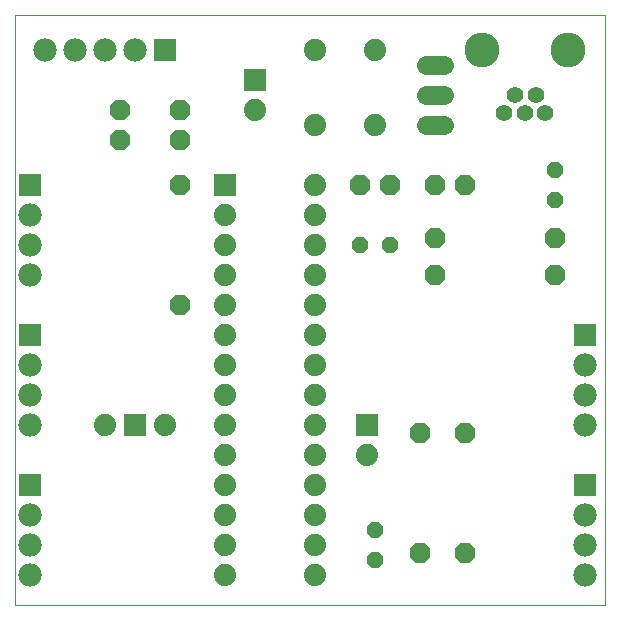
<source format=gts>
G75*
G70*
%OFA0B0*%
%FSLAX24Y24*%
%IPPOS*%
%LPD*%
%AMOC8*
5,1,8,0,0,1.08239X$1,22.5*
%
%ADD10C,0.0000*%
%ADD11R,0.0780X0.0780*%
%ADD12C,0.0780*%
%ADD13C,0.0740*%
%ADD14R,0.0740X0.0740*%
%ADD15OC8,0.0560*%
%ADD16C,0.0640*%
%ADD17C,0.0555*%
%ADD18C,0.1162*%
%ADD19OC8,0.0685*%
D10*
X000685Y000685D02*
X000685Y020370D01*
X020370Y020370D01*
X020370Y000685D01*
X000685Y000685D01*
D11*
X001185Y004685D03*
X001185Y009685D03*
X001185Y014685D03*
X005685Y019185D03*
X019685Y009685D03*
X019685Y004685D03*
D12*
X019685Y003685D03*
X019685Y002685D03*
X019685Y001685D03*
X019685Y006685D03*
X019685Y007685D03*
X019685Y008685D03*
X004685Y019185D03*
X003685Y019185D03*
X002685Y019185D03*
X001685Y019185D03*
X001185Y013685D03*
X001185Y012685D03*
X001185Y011685D03*
X001185Y008685D03*
X001185Y007685D03*
X001185Y006685D03*
X001185Y003685D03*
X001185Y002685D03*
X001185Y001685D03*
D13*
X003685Y006685D03*
X005685Y006685D03*
X007685Y006685D03*
X007685Y007685D03*
X007685Y008685D03*
X007685Y009685D03*
X007685Y010685D03*
X007685Y011685D03*
X007685Y012685D03*
X007685Y013685D03*
X010685Y013685D03*
X010685Y012685D03*
X010685Y011685D03*
X010685Y010685D03*
X010685Y009685D03*
X010685Y008685D03*
X010685Y007685D03*
X010685Y006685D03*
X010685Y005685D03*
X010685Y004685D03*
X010685Y003685D03*
X010685Y002685D03*
X010685Y001685D03*
X007685Y001685D03*
X007685Y002685D03*
X007685Y003685D03*
X007685Y004685D03*
X007685Y005685D03*
X012435Y005685D03*
X010685Y014685D03*
X010685Y016685D03*
X012685Y016685D03*
X012685Y019185D03*
X010685Y019185D03*
X008685Y017185D03*
D14*
X008685Y018185D03*
X007685Y014685D03*
X004685Y006685D03*
X012435Y006685D03*
D15*
X012685Y003185D03*
X012685Y002185D03*
X012185Y012685D03*
X013185Y012685D03*
X018685Y014185D03*
X018685Y015185D03*
D16*
X014985Y016685D02*
X014385Y016685D01*
X014385Y017685D02*
X014985Y017685D01*
X014985Y018685D02*
X014385Y018685D01*
D17*
X016985Y017085D03*
X017685Y017085D03*
X018355Y017085D03*
X018045Y017705D03*
X017355Y017705D03*
D18*
X016248Y019185D03*
X019122Y019185D03*
D19*
X015685Y014685D03*
X014685Y014685D03*
X013185Y014685D03*
X012185Y014685D03*
X014685Y012935D03*
X014685Y011685D03*
X018685Y011685D03*
X018685Y012935D03*
X015685Y006435D03*
X014185Y006435D03*
X014185Y002435D03*
X015685Y002435D03*
X006185Y010685D03*
X006185Y014685D03*
X006185Y016185D03*
X006185Y017185D03*
X004185Y017185D03*
X004185Y016185D03*
M02*

</source>
